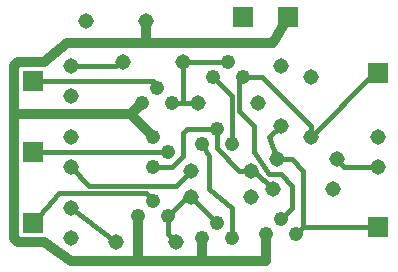
<source format=gbl>
G04 Output by ViewMate Deluxe V11.0.9  PentaLogix LLC*
G04 Sun May 11 19:24:29 2014*
%FSLAX33Y33*%
%MOMM*%
%IPPOS*%
%ADD10C,1.3081*%
%ADD11R,1.8009X1.8009*%
%ADD12C,1.209*%
%ADD13C,0.4064*%
%ADD14C,0.8128*%

%LPD*%
X0Y0D2*D13*G1X6604Y12954D2*X8192Y11366D1*X14859Y14224D2*X3429Y14224D1*X13589Y12954D2*X15176Y12954D1*X16129Y13906*X20256Y9462D2*X18352Y11049D1*X18352Y13906*X17716Y14859*X16446Y16129D2*X16129Y15812D1*X16129Y13906*X16764Y12636D2*X15494Y11366D1*X8192Y11366*X6604Y9462D2*X10414Y6604D1*X3429Y8192D2*X5652Y10732D1*X12954Y10732*X13589Y10096*X15494Y6604D2*X14859Y7239D1*X14859Y8826*X16446Y10414*X16764Y10414*X18986Y8192*X20256Y9462D2*X20256Y6922D1*X24384Y8509D2*X25336Y9462D1*X25336Y11366*X23432Y12319D2*X24384Y12319D1*X25336Y11366*X29146Y13589D2*X29782Y12954D1*X32639Y12954*X32639Y7874D2*X26289Y7874D1*X25654Y7239D2*X26289Y7874D1*X26289Y12636*X25336Y13589*X24066Y13589*X23432Y15494*X24384Y16446*X32639Y20892D2*X32322Y20892D1*X26924Y15494*X26924Y16446*X22796Y20574*X21209Y20574*X20892Y20256*X20892Y17716*X22162Y16446*X22162Y14224*X23432Y12319*X23749Y11049D2*X22162Y12636D1*X21844Y12636*X20892Y12636*X18986Y14542*X18986Y16129*X16446Y16129*X11049Y21844D2*X10414Y21526D1*X6604Y21526*X3429Y20256D2*X13589Y20256D1*X13906Y19622*X15176Y18352D2*X16129Y18352D1*X17399Y18352D2*X16129Y18352D1*X16129Y21844*X19939Y21844*X18669Y20574D2*X20256Y18986D1*X20256Y14859*D14*X1842Y17399D2*X11684Y17399D1*X13589Y15494D2*X11684Y17399D1*X12636Y18352*X25019Y25654D2*X23749Y23432D1*X12954Y23432*X12954Y25336D2*X12954Y23432D1*X6286Y23432*X4382Y21844*X2159Y21844*X1842Y21526*X1842Y17399*X1842Y6922*X2159Y6604*X4382Y6604*X12319Y5016D2*X12319Y8826D1*X17716Y6922D2*X17716Y5016D1*X23114Y7239D2*X23114Y5016D1*X17716Y5016*X12319Y5016*X6604Y5016*X4382Y6604*D10*X7874Y25336D3*X6604Y12954D3*X6604Y15494D3*X6604Y18986D3*X6604Y21526D3*X11049Y21844D3*X12954Y25336D3*X16129Y21844D3*X17399Y18352D3*X21844Y10414D3*X23749Y11049D3*X28829Y11049D3*X29146Y13589D3*X32639Y12954D3*X32639Y15494D3*X26924Y20574D3*X24384Y21526D3*X22479Y18352D3*X24384Y16446D3*X26924Y15494D3*X24066Y13589D3*X21844Y12636D3*X16764Y12636D3*X16764Y10414D3*X15494Y6604D3*X10414Y6604D3*X6604Y9462D3*X6604Y6922D3*D11*X32639Y7874D3*X32639Y20892D3*X25019Y25654D3*X21209Y25654D3*X3429Y8192D3*X3429Y14224D3*X3429Y20256D3*D12*X20256Y14859D3*X17716Y14859D3*X18986Y16129D3*X21209Y20574D3*X19939Y21844D3*X18669Y20574D3*X15176Y18352D3*X13906Y19622D3*X12636Y18352D3*X13589Y15494D3*X14859Y14224D3*X13589Y12954D3*X12319Y8826D3*X13589Y10096D3*X14859Y8826D3*X17716Y6922D3*X18986Y8192D3*X20256Y6922D3*X23114Y7239D3*X24384Y8509D3*X25654Y7239D3*X0Y0D2*M02*
</source>
